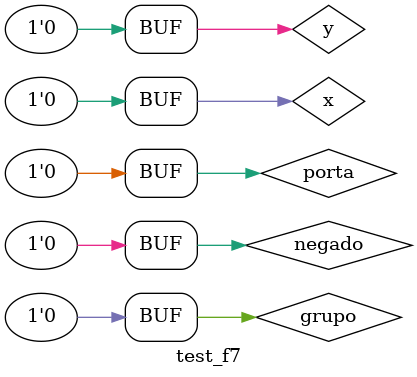
<source format=v>
module f7 ( output s, input a, input b, input p, input g );
  //assign s = (g==0)? ( (p==0)? (a&b) : (~(a&b)) ) : ( (p==0)? (a|b): ~(a|b));
  assign s = (g==0)? ((p==0)? (a^b):(~(a^b))) : (p==1)? (a|b): (~(a|b));
  //grupo 1 (XOR, XNOR) grupo 2(OR NOR);
  // descrever por portas
endmodule

// f7// -------------------------
// ------------------------                              
/*  a b p g   s     
    0 0 0 0   0            
    0 1 0 1   0
    1 0 1 0   0
    1 1 1 1   1
*/
module test_f7;
// ------------------------- definir dados
reg x;
reg y;
reg porta;  //0 and ou 1 nand, 0 or ou 1 nor
reg grupo;  //0 and e nand ,  1 or e nor
reg negado; //0 nao, 1 negado
wire s;
f7 modulo (s, x, y, porta, grupo, negado );
// ------------------------- parte principal
initial
begin : main
$display("Exemplo_0705 - Andrei Massaini - 704397");
$display("   x   	y    p    g   n    s");
//x = 1'b0; y = 1'b0; porta = 1'b0; grupo = 1'b0;
// projetar testes do modulo
#1 $monitor("%4b %4b %4b %4b %4b", x, y, porta, grupo, negado, s);
#1 x=1'b0; y=1'b0; porta=1'b0; grupo=1'b0; negado=1'b0;
#1 x=1'b0; y=1'b1; porta=1'b0; grupo=1'b0; negado=1'b1;
#1 x=1'b1; y=1'b0; porta=1'b1; grupo=1'b0; negado=1'b0;
#1 x=1'b1; y=1'b1; porta=1'b1; grupo=1'b0; negado=1'b1;
#1 x=1'b1; y=1'b0; porta=1'b0; grupo=1'b1; negado=1'b0;
#1 x=1'b0; y=1'b1; porta=1'b1; grupo=1'b0; negado=1'b0;
#1 x=1'b0; y=1'b0; porta=1'b0; grupo=1'b0; negado=1'b0;
end
endmodule // test_f7

</source>
